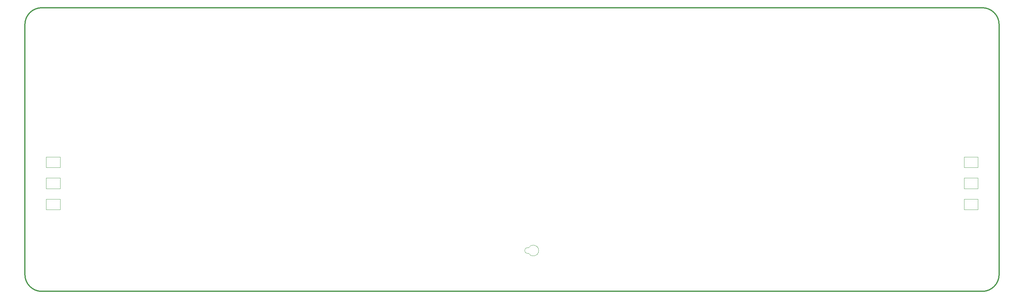
<source format=gm1>
G04 #@! TF.GenerationSoftware,KiCad,Pcbnew,8.0.5*
G04 #@! TF.CreationDate,2024-09-18T06:09:18+09:00*
G04 #@! TF.ProjectId,SandyLP_Base,53616e64-794c-4505-9f42-6173652e6b69,v.0*
G04 #@! TF.SameCoordinates,Original*
G04 #@! TF.FileFunction,Profile,NP*
%FSLAX46Y46*%
G04 Gerber Fmt 4.6, Leading zero omitted, Abs format (unit mm)*
G04 Created by KiCad (PCBNEW 8.0.5) date 2024-09-18 06:09:18*
%MOMM*%
%LPD*%
G01*
G04 APERTURE LIST*
G04 #@! TA.AperFunction,Profile*
%ADD10C,0.120000*%
G04 #@! TD*
G04 #@! TA.AperFunction,Profile*
%ADD11C,0.300000*%
G04 #@! TD*
G04 APERTURE END LIST*
D10*
X163520935Y-102403765D02*
X163870936Y-102403765D01*
X163520935Y-104003765D02*
X163870936Y-104003765D01*
X163520935Y-104003765D02*
G75*
G02*
X163520935Y-102403765I0J800000D01*
G01*
X163870936Y-102403765D02*
G75*
G02*
X163870936Y-104003765I1299999J-800000D01*
G01*
D11*
X21408435Y-109997115D02*
X21408435Y-39209615D01*
X292120935Y-34447115D02*
X26170935Y-34447115D01*
X292120935Y-114759615D02*
X26170935Y-114759615D01*
X296883435Y-109997115D02*
X296883435Y-39209615D01*
X21408435Y-39209615D02*
G75*
G02*
X26170935Y-34447115I4762500J0D01*
G01*
X26170935Y-114759615D02*
G75*
G02*
X21408435Y-109997115I0J4762500D01*
G01*
X292120935Y-34447115D02*
G75*
G02*
X296883425Y-39209615I0J-4762490D01*
G01*
X296883435Y-109997115D02*
G75*
G02*
X292120935Y-114759605I-4762500J10D01*
G01*
D10*
X27442810Y-88606530D02*
X27442810Y-91606530D01*
X27442810Y-91606530D02*
X31342810Y-91606530D01*
X31342810Y-88606530D02*
X27442810Y-88606530D01*
X31342810Y-91606530D02*
X31342810Y-88606530D01*
X286999060Y-88606530D02*
X286999060Y-91606530D01*
X286999060Y-91606530D02*
X290899060Y-91606530D01*
X290899060Y-88606530D02*
X286999060Y-88606530D01*
X290899060Y-91606530D02*
X290899060Y-88606530D01*
X286999060Y-82653405D02*
X286999060Y-85653405D01*
X286999060Y-85653405D02*
X290899060Y-85653405D01*
X290899060Y-82653405D02*
X286999060Y-82653405D01*
X290899060Y-85653405D02*
X290899060Y-82653405D01*
X286999060Y-76700280D02*
X286999060Y-79700280D01*
X286999060Y-79700280D02*
X290899060Y-79700280D01*
X290899060Y-76700280D02*
X286999060Y-76700280D01*
X290899060Y-79700280D02*
X290899060Y-76700280D01*
X27442810Y-82653405D02*
X27442810Y-85653405D01*
X27442810Y-85653405D02*
X31342810Y-85653405D01*
X31342810Y-82653405D02*
X27442810Y-82653405D01*
X31342810Y-85653405D02*
X31342810Y-82653405D01*
X27442810Y-76700280D02*
X27442810Y-79700280D01*
X27442810Y-79700280D02*
X31342810Y-79700280D01*
X31342810Y-76700280D02*
X27442810Y-76700280D01*
X31342810Y-79700280D02*
X31342810Y-76700280D01*
M02*

</source>
